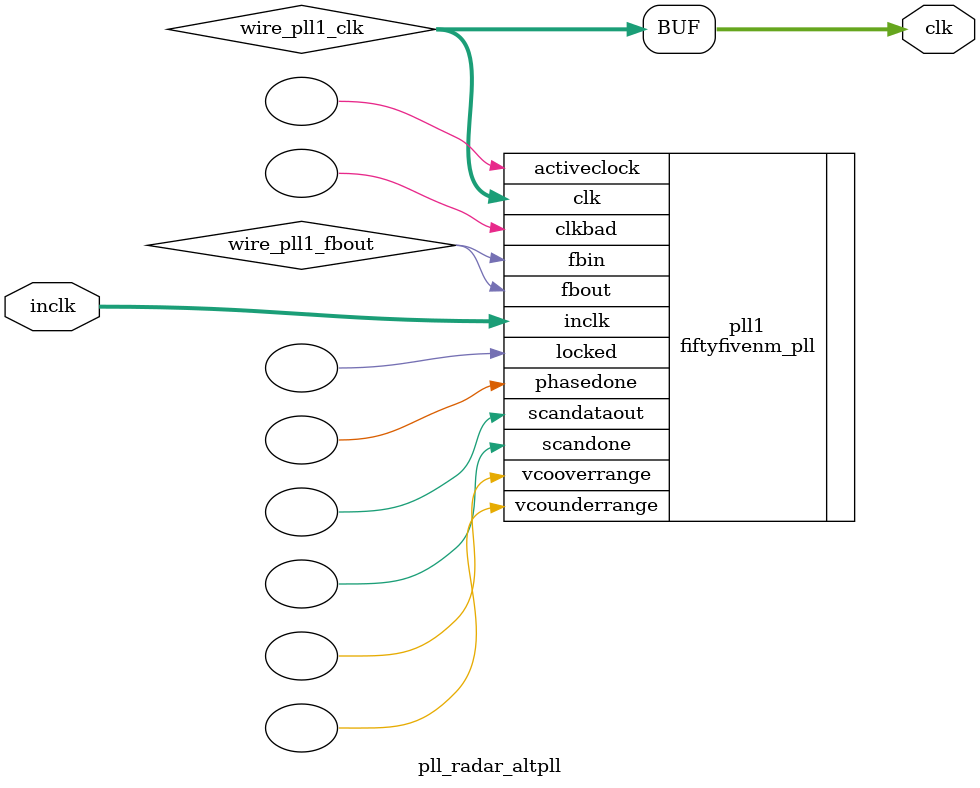
<source format=v>






//synthesis_resources = fiftyfivenm_pll 1 
//synopsys translate_off
`timescale 1 ps / 1 ps
//synopsys translate_on
module  pll_radar_altpll
	( 
	clk,
	inclk) /* synthesis synthesis_clearbox=1 */;
	output   [4:0]  clk;
	input   [1:0]  inclk;
`ifndef ALTERA_RESERVED_QIS
// synopsys translate_off
`endif
	tri0   [1:0]  inclk;
`ifndef ALTERA_RESERVED_QIS
// synopsys translate_on
`endif

	wire  [4:0]   wire_pll1_clk;
	wire  wire_pll1_fbout;

	fiftyfivenm_pll   pll1
	( 
	.activeclock(),
	.clk(wire_pll1_clk),
	.clkbad(),
	.fbin(wire_pll1_fbout),
	.fbout(wire_pll1_fbout),
	.inclk(inclk),
	.locked(),
	.phasedone(),
	.scandataout(),
	.scandone(),
	.vcooverrange(),
	.vcounderrange()
	`ifndef FORMAL_VERIFICATION
	// synopsys translate_off
	`endif
	,
	.areset(1'b0),
	.clkswitch(1'b0),
	.configupdate(1'b0),
	.pfdena(1'b1),
	.phasecounterselect({3{1'b0}}),
	.phasestep(1'b0),
	.phaseupdown(1'b0),
	.scanclk(1'b0),
	.scanclkena(1'b1),
	.scandata(1'b0)
	`ifndef FORMAL_VERIFICATION
	// synopsys translate_on
	`endif
	);
	defparam
		pll1.bandwidth_type = "auto",
		pll1.clk0_divide_by = 2000,
		pll1.clk0_duty_cycle = 50,
		pll1.clk0_multiply_by = 1007,
		pll1.clk0_phase_shift = "0",
		pll1.compensate_clock = "clk0",
		pll1.inclk0_input_frequency = 20000,
		pll1.operation_mode = "normal",
		pll1.pll_type = "auto",
		pll1.lpm_type = "fiftyfivenm_pll";
	assign
		clk = {wire_pll1_clk[4:0]};
endmodule //pll_radar_altpll
//VALID FILE

</source>
